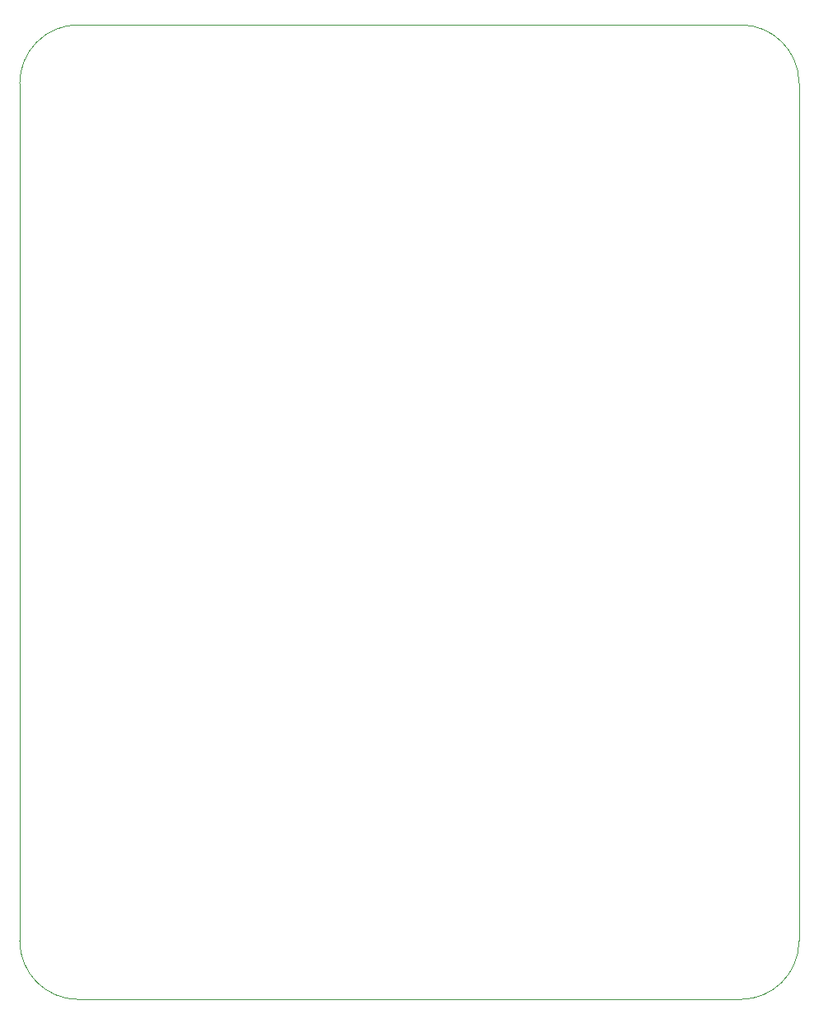
<source format=gbr>
%TF.GenerationSoftware,KiCad,Pcbnew,8.0.7*%
%TF.CreationDate,2025-04-11T13:17:34+07:00*%
%TF.ProjectId,esp32_getstok_testing-2,65737033-325f-4676-9574-73746f6b5f74,rev?*%
%TF.SameCoordinates,Original*%
%TF.FileFunction,Profile,NP*%
%FSLAX46Y46*%
G04 Gerber Fmt 4.6, Leading zero omitted, Abs format (unit mm)*
G04 Created by KiCad (PCBNEW 8.0.7) date 2025-04-11 13:17:34*
%MOMM*%
%LPD*%
G01*
G04 APERTURE LIST*
%TA.AperFunction,Profile*%
%ADD10C,0.050000*%
%TD*%
G04 APERTURE END LIST*
D10*
X245660000Y-132540000D02*
X177660000Y-132540000D01*
X171660000Y-38540000D02*
G75*
G02*
X177660000Y-32540000I6000000J0D01*
G01*
X251660000Y-38540000D02*
X251660000Y-126540000D01*
X245660000Y-32540000D02*
G75*
G02*
X251660000Y-38540000I0J-6000000D01*
G01*
X171660000Y-126540000D02*
X171660000Y-38540000D01*
X251660000Y-126540000D02*
G75*
G02*
X245660000Y-132540000I-6000000J0D01*
G01*
X177660000Y-32540000D02*
X245660000Y-32540000D01*
X177660000Y-132540000D02*
G75*
G02*
X171660000Y-126540000I0J6000000D01*
G01*
M02*

</source>
